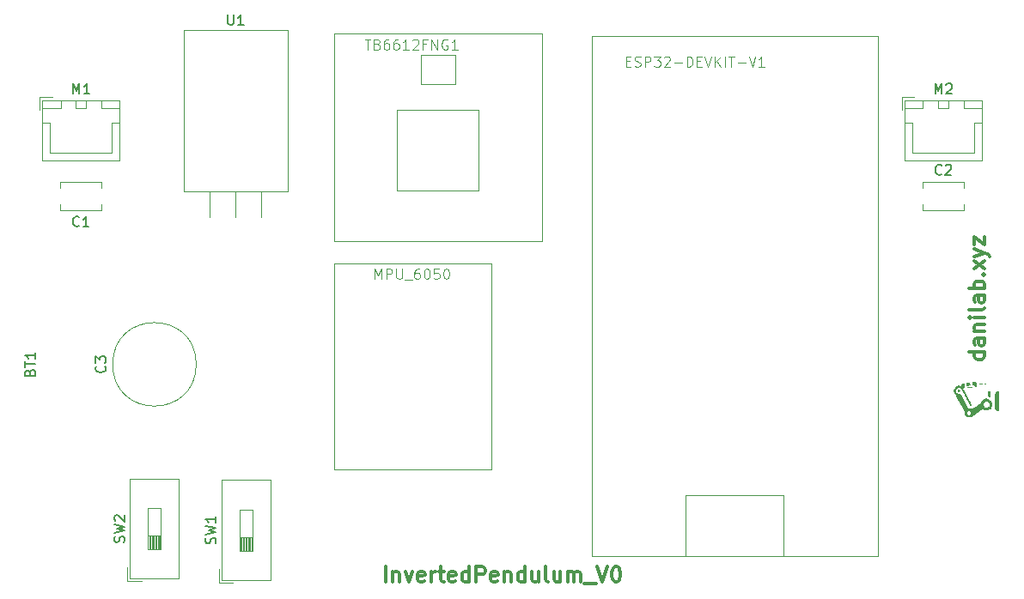
<source format=gbr>
%TF.GenerationSoftware,KiCad,Pcbnew,7.0.8*%
%TF.CreationDate,2024-02-17T12:00:41+01:00*%
%TF.ProjectId,Pendulo_Invertido,50656e64-756c-46f5-9f49-6e7665727469,rev?*%
%TF.SameCoordinates,Original*%
%TF.FileFunction,Legend,Top*%
%TF.FilePolarity,Positive*%
%FSLAX46Y46*%
G04 Gerber Fmt 4.6, Leading zero omitted, Abs format (unit mm)*
G04 Created by KiCad (PCBNEW 7.0.8) date 2024-02-17 12:00:41*
%MOMM*%
%LPD*%
G01*
G04 APERTURE LIST*
%ADD10C,0.300000*%
%ADD11C,0.150000*%
%ADD12C,0.100000*%
%ADD13C,0.120000*%
G04 APERTURE END LIST*
D10*
X37790225Y-58050828D02*
X37790225Y-56550828D01*
X38504511Y-57050828D02*
X38504511Y-58050828D01*
X38504511Y-57193685D02*
X38575940Y-57122257D01*
X38575940Y-57122257D02*
X38718797Y-57050828D01*
X38718797Y-57050828D02*
X38933083Y-57050828D01*
X38933083Y-57050828D02*
X39075940Y-57122257D01*
X39075940Y-57122257D02*
X39147369Y-57265114D01*
X39147369Y-57265114D02*
X39147369Y-58050828D01*
X39718797Y-57050828D02*
X40075940Y-58050828D01*
X40075940Y-58050828D02*
X40433083Y-57050828D01*
X41575940Y-57979400D02*
X41433083Y-58050828D01*
X41433083Y-58050828D02*
X41147369Y-58050828D01*
X41147369Y-58050828D02*
X41004511Y-57979400D01*
X41004511Y-57979400D02*
X40933083Y-57836542D01*
X40933083Y-57836542D02*
X40933083Y-57265114D01*
X40933083Y-57265114D02*
X41004511Y-57122257D01*
X41004511Y-57122257D02*
X41147369Y-57050828D01*
X41147369Y-57050828D02*
X41433083Y-57050828D01*
X41433083Y-57050828D02*
X41575940Y-57122257D01*
X41575940Y-57122257D02*
X41647369Y-57265114D01*
X41647369Y-57265114D02*
X41647369Y-57407971D01*
X41647369Y-57407971D02*
X40933083Y-57550828D01*
X42290225Y-58050828D02*
X42290225Y-57050828D01*
X42290225Y-57336542D02*
X42361654Y-57193685D01*
X42361654Y-57193685D02*
X42433083Y-57122257D01*
X42433083Y-57122257D02*
X42575940Y-57050828D01*
X42575940Y-57050828D02*
X42718797Y-57050828D01*
X43004511Y-57050828D02*
X43575939Y-57050828D01*
X43218796Y-56550828D02*
X43218796Y-57836542D01*
X43218796Y-57836542D02*
X43290225Y-57979400D01*
X43290225Y-57979400D02*
X43433082Y-58050828D01*
X43433082Y-58050828D02*
X43575939Y-58050828D01*
X44647368Y-57979400D02*
X44504511Y-58050828D01*
X44504511Y-58050828D02*
X44218797Y-58050828D01*
X44218797Y-58050828D02*
X44075939Y-57979400D01*
X44075939Y-57979400D02*
X44004511Y-57836542D01*
X44004511Y-57836542D02*
X44004511Y-57265114D01*
X44004511Y-57265114D02*
X44075939Y-57122257D01*
X44075939Y-57122257D02*
X44218797Y-57050828D01*
X44218797Y-57050828D02*
X44504511Y-57050828D01*
X44504511Y-57050828D02*
X44647368Y-57122257D01*
X44647368Y-57122257D02*
X44718797Y-57265114D01*
X44718797Y-57265114D02*
X44718797Y-57407971D01*
X44718797Y-57407971D02*
X44004511Y-57550828D01*
X46004511Y-58050828D02*
X46004511Y-56550828D01*
X46004511Y-57979400D02*
X45861653Y-58050828D01*
X45861653Y-58050828D02*
X45575939Y-58050828D01*
X45575939Y-58050828D02*
X45433082Y-57979400D01*
X45433082Y-57979400D02*
X45361653Y-57907971D01*
X45361653Y-57907971D02*
X45290225Y-57765114D01*
X45290225Y-57765114D02*
X45290225Y-57336542D01*
X45290225Y-57336542D02*
X45361653Y-57193685D01*
X45361653Y-57193685D02*
X45433082Y-57122257D01*
X45433082Y-57122257D02*
X45575939Y-57050828D01*
X45575939Y-57050828D02*
X45861653Y-57050828D01*
X45861653Y-57050828D02*
X46004511Y-57122257D01*
X46718796Y-58050828D02*
X46718796Y-56550828D01*
X46718796Y-56550828D02*
X47290225Y-56550828D01*
X47290225Y-56550828D02*
X47433082Y-56622257D01*
X47433082Y-56622257D02*
X47504511Y-56693685D01*
X47504511Y-56693685D02*
X47575939Y-56836542D01*
X47575939Y-56836542D02*
X47575939Y-57050828D01*
X47575939Y-57050828D02*
X47504511Y-57193685D01*
X47504511Y-57193685D02*
X47433082Y-57265114D01*
X47433082Y-57265114D02*
X47290225Y-57336542D01*
X47290225Y-57336542D02*
X46718796Y-57336542D01*
X48790225Y-57979400D02*
X48647368Y-58050828D01*
X48647368Y-58050828D02*
X48361654Y-58050828D01*
X48361654Y-58050828D02*
X48218796Y-57979400D01*
X48218796Y-57979400D02*
X48147368Y-57836542D01*
X48147368Y-57836542D02*
X48147368Y-57265114D01*
X48147368Y-57265114D02*
X48218796Y-57122257D01*
X48218796Y-57122257D02*
X48361654Y-57050828D01*
X48361654Y-57050828D02*
X48647368Y-57050828D01*
X48647368Y-57050828D02*
X48790225Y-57122257D01*
X48790225Y-57122257D02*
X48861654Y-57265114D01*
X48861654Y-57265114D02*
X48861654Y-57407971D01*
X48861654Y-57407971D02*
X48147368Y-57550828D01*
X49504510Y-57050828D02*
X49504510Y-58050828D01*
X49504510Y-57193685D02*
X49575939Y-57122257D01*
X49575939Y-57122257D02*
X49718796Y-57050828D01*
X49718796Y-57050828D02*
X49933082Y-57050828D01*
X49933082Y-57050828D02*
X50075939Y-57122257D01*
X50075939Y-57122257D02*
X50147368Y-57265114D01*
X50147368Y-57265114D02*
X50147368Y-58050828D01*
X51504511Y-58050828D02*
X51504511Y-56550828D01*
X51504511Y-57979400D02*
X51361653Y-58050828D01*
X51361653Y-58050828D02*
X51075939Y-58050828D01*
X51075939Y-58050828D02*
X50933082Y-57979400D01*
X50933082Y-57979400D02*
X50861653Y-57907971D01*
X50861653Y-57907971D02*
X50790225Y-57765114D01*
X50790225Y-57765114D02*
X50790225Y-57336542D01*
X50790225Y-57336542D02*
X50861653Y-57193685D01*
X50861653Y-57193685D02*
X50933082Y-57122257D01*
X50933082Y-57122257D02*
X51075939Y-57050828D01*
X51075939Y-57050828D02*
X51361653Y-57050828D01*
X51361653Y-57050828D02*
X51504511Y-57122257D01*
X52861654Y-57050828D02*
X52861654Y-58050828D01*
X52218796Y-57050828D02*
X52218796Y-57836542D01*
X52218796Y-57836542D02*
X52290225Y-57979400D01*
X52290225Y-57979400D02*
X52433082Y-58050828D01*
X52433082Y-58050828D02*
X52647368Y-58050828D01*
X52647368Y-58050828D02*
X52790225Y-57979400D01*
X52790225Y-57979400D02*
X52861654Y-57907971D01*
X53790225Y-58050828D02*
X53647368Y-57979400D01*
X53647368Y-57979400D02*
X53575939Y-57836542D01*
X53575939Y-57836542D02*
X53575939Y-56550828D01*
X55004511Y-57050828D02*
X55004511Y-58050828D01*
X54361653Y-57050828D02*
X54361653Y-57836542D01*
X54361653Y-57836542D02*
X54433082Y-57979400D01*
X54433082Y-57979400D02*
X54575939Y-58050828D01*
X54575939Y-58050828D02*
X54790225Y-58050828D01*
X54790225Y-58050828D02*
X54933082Y-57979400D01*
X54933082Y-57979400D02*
X55004511Y-57907971D01*
X55718796Y-58050828D02*
X55718796Y-57050828D01*
X55718796Y-57193685D02*
X55790225Y-57122257D01*
X55790225Y-57122257D02*
X55933082Y-57050828D01*
X55933082Y-57050828D02*
X56147368Y-57050828D01*
X56147368Y-57050828D02*
X56290225Y-57122257D01*
X56290225Y-57122257D02*
X56361654Y-57265114D01*
X56361654Y-57265114D02*
X56361654Y-58050828D01*
X56361654Y-57265114D02*
X56433082Y-57122257D01*
X56433082Y-57122257D02*
X56575939Y-57050828D01*
X56575939Y-57050828D02*
X56790225Y-57050828D01*
X56790225Y-57050828D02*
X56933082Y-57122257D01*
X56933082Y-57122257D02*
X57004511Y-57265114D01*
X57004511Y-57265114D02*
X57004511Y-58050828D01*
X57361654Y-58193685D02*
X58504511Y-58193685D01*
X58647368Y-56550828D02*
X59147368Y-58050828D01*
X59147368Y-58050828D02*
X59647368Y-56550828D01*
X60433082Y-56550828D02*
X60575939Y-56550828D01*
X60575939Y-56550828D02*
X60718796Y-56622257D01*
X60718796Y-56622257D02*
X60790225Y-56693685D01*
X60790225Y-56693685D02*
X60861653Y-56836542D01*
X60861653Y-56836542D02*
X60933082Y-57122257D01*
X60933082Y-57122257D02*
X60933082Y-57479400D01*
X60933082Y-57479400D02*
X60861653Y-57765114D01*
X60861653Y-57765114D02*
X60790225Y-57907971D01*
X60790225Y-57907971D02*
X60718796Y-57979400D01*
X60718796Y-57979400D02*
X60575939Y-58050828D01*
X60575939Y-58050828D02*
X60433082Y-58050828D01*
X60433082Y-58050828D02*
X60290225Y-57979400D01*
X60290225Y-57979400D02*
X60218796Y-57907971D01*
X60218796Y-57907971D02*
X60147367Y-57765114D01*
X60147367Y-57765114D02*
X60075939Y-57479400D01*
X60075939Y-57479400D02*
X60075939Y-57122257D01*
X60075939Y-57122257D02*
X60147367Y-56836542D01*
X60147367Y-56836542D02*
X60218796Y-56693685D01*
X60218796Y-56693685D02*
X60290225Y-56622257D01*
X60290225Y-56622257D02*
X60433082Y-56550828D01*
X96800828Y-35388347D02*
X95300828Y-35388347D01*
X96729400Y-35388347D02*
X96800828Y-35531204D01*
X96800828Y-35531204D02*
X96800828Y-35816918D01*
X96800828Y-35816918D02*
X96729400Y-35959775D01*
X96729400Y-35959775D02*
X96657971Y-36031204D01*
X96657971Y-36031204D02*
X96515114Y-36102632D01*
X96515114Y-36102632D02*
X96086542Y-36102632D01*
X96086542Y-36102632D02*
X95943685Y-36031204D01*
X95943685Y-36031204D02*
X95872257Y-35959775D01*
X95872257Y-35959775D02*
X95800828Y-35816918D01*
X95800828Y-35816918D02*
X95800828Y-35531204D01*
X95800828Y-35531204D02*
X95872257Y-35388347D01*
X96800828Y-34031204D02*
X96015114Y-34031204D01*
X96015114Y-34031204D02*
X95872257Y-34102632D01*
X95872257Y-34102632D02*
X95800828Y-34245489D01*
X95800828Y-34245489D02*
X95800828Y-34531204D01*
X95800828Y-34531204D02*
X95872257Y-34674061D01*
X96729400Y-34031204D02*
X96800828Y-34174061D01*
X96800828Y-34174061D02*
X96800828Y-34531204D01*
X96800828Y-34531204D02*
X96729400Y-34674061D01*
X96729400Y-34674061D02*
X96586542Y-34745489D01*
X96586542Y-34745489D02*
X96443685Y-34745489D01*
X96443685Y-34745489D02*
X96300828Y-34674061D01*
X96300828Y-34674061D02*
X96229400Y-34531204D01*
X96229400Y-34531204D02*
X96229400Y-34174061D01*
X96229400Y-34174061D02*
X96157971Y-34031204D01*
X95800828Y-33316918D02*
X96800828Y-33316918D01*
X95943685Y-33316918D02*
X95872257Y-33245489D01*
X95872257Y-33245489D02*
X95800828Y-33102632D01*
X95800828Y-33102632D02*
X95800828Y-32888346D01*
X95800828Y-32888346D02*
X95872257Y-32745489D01*
X95872257Y-32745489D02*
X96015114Y-32674061D01*
X96015114Y-32674061D02*
X96800828Y-32674061D01*
X96800828Y-31959775D02*
X95800828Y-31959775D01*
X95300828Y-31959775D02*
X95372257Y-32031203D01*
X95372257Y-32031203D02*
X95443685Y-31959775D01*
X95443685Y-31959775D02*
X95372257Y-31888346D01*
X95372257Y-31888346D02*
X95300828Y-31959775D01*
X95300828Y-31959775D02*
X95443685Y-31959775D01*
X96800828Y-31031203D02*
X96729400Y-31174060D01*
X96729400Y-31174060D02*
X96586542Y-31245489D01*
X96586542Y-31245489D02*
X95300828Y-31245489D01*
X96800828Y-29816918D02*
X96015114Y-29816918D01*
X96015114Y-29816918D02*
X95872257Y-29888346D01*
X95872257Y-29888346D02*
X95800828Y-30031203D01*
X95800828Y-30031203D02*
X95800828Y-30316918D01*
X95800828Y-30316918D02*
X95872257Y-30459775D01*
X96729400Y-29816918D02*
X96800828Y-29959775D01*
X96800828Y-29959775D02*
X96800828Y-30316918D01*
X96800828Y-30316918D02*
X96729400Y-30459775D01*
X96729400Y-30459775D02*
X96586542Y-30531203D01*
X96586542Y-30531203D02*
X96443685Y-30531203D01*
X96443685Y-30531203D02*
X96300828Y-30459775D01*
X96300828Y-30459775D02*
X96229400Y-30316918D01*
X96229400Y-30316918D02*
X96229400Y-29959775D01*
X96229400Y-29959775D02*
X96157971Y-29816918D01*
X96800828Y-29102632D02*
X95300828Y-29102632D01*
X95872257Y-29102632D02*
X95800828Y-28959775D01*
X95800828Y-28959775D02*
X95800828Y-28674060D01*
X95800828Y-28674060D02*
X95872257Y-28531203D01*
X95872257Y-28531203D02*
X95943685Y-28459775D01*
X95943685Y-28459775D02*
X96086542Y-28388346D01*
X96086542Y-28388346D02*
X96515114Y-28388346D01*
X96515114Y-28388346D02*
X96657971Y-28459775D01*
X96657971Y-28459775D02*
X96729400Y-28531203D01*
X96729400Y-28531203D02*
X96800828Y-28674060D01*
X96800828Y-28674060D02*
X96800828Y-28959775D01*
X96800828Y-28959775D02*
X96729400Y-29102632D01*
X96657971Y-27745489D02*
X96729400Y-27674060D01*
X96729400Y-27674060D02*
X96800828Y-27745489D01*
X96800828Y-27745489D02*
X96729400Y-27816917D01*
X96729400Y-27816917D02*
X96657971Y-27745489D01*
X96657971Y-27745489D02*
X96800828Y-27745489D01*
X96800828Y-27174060D02*
X95800828Y-26388346D01*
X95800828Y-27174060D02*
X96800828Y-26388346D01*
X95800828Y-25959774D02*
X96800828Y-25602631D01*
X95800828Y-25245488D02*
X96800828Y-25602631D01*
X96800828Y-25602631D02*
X97157971Y-25745488D01*
X97157971Y-25745488D02*
X97229400Y-25816917D01*
X97229400Y-25816917D02*
X97300828Y-25959774D01*
X95800828Y-24816917D02*
X95800828Y-24031203D01*
X95800828Y-24031203D02*
X96800828Y-24816917D01*
X96800828Y-24816917D02*
X96800828Y-24031203D01*
D11*
X91940476Y-9904819D02*
X91940476Y-8904819D01*
X91940476Y-8904819D02*
X92273809Y-9619104D01*
X92273809Y-9619104D02*
X92607142Y-8904819D01*
X92607142Y-8904819D02*
X92607142Y-9904819D01*
X93035714Y-9000057D02*
X93083333Y-8952438D01*
X93083333Y-8952438D02*
X93178571Y-8904819D01*
X93178571Y-8904819D02*
X93416666Y-8904819D01*
X93416666Y-8904819D02*
X93511904Y-8952438D01*
X93511904Y-8952438D02*
X93559523Y-9000057D01*
X93559523Y-9000057D02*
X93607142Y-9095295D01*
X93607142Y-9095295D02*
X93607142Y-9190533D01*
X93607142Y-9190533D02*
X93559523Y-9333390D01*
X93559523Y-9333390D02*
X92988095Y-9904819D01*
X92988095Y-9904819D02*
X93607142Y-9904819D01*
X6940476Y-9904819D02*
X6940476Y-8904819D01*
X6940476Y-8904819D02*
X7273809Y-9619104D01*
X7273809Y-9619104D02*
X7607142Y-8904819D01*
X7607142Y-8904819D02*
X7607142Y-9904819D01*
X8607142Y-9904819D02*
X8035714Y-9904819D01*
X8321428Y-9904819D02*
X8321428Y-8904819D01*
X8321428Y-8904819D02*
X8226190Y-9047676D01*
X8226190Y-9047676D02*
X8130952Y-9142914D01*
X8130952Y-9142914D02*
X8035714Y-9190533D01*
D12*
X61474286Y-6703609D02*
X61807619Y-6703609D01*
X61950476Y-7227419D02*
X61474286Y-7227419D01*
X61474286Y-7227419D02*
X61474286Y-6227419D01*
X61474286Y-6227419D02*
X61950476Y-6227419D01*
X62331429Y-7179800D02*
X62474286Y-7227419D01*
X62474286Y-7227419D02*
X62712381Y-7227419D01*
X62712381Y-7227419D02*
X62807619Y-7179800D01*
X62807619Y-7179800D02*
X62855238Y-7132180D01*
X62855238Y-7132180D02*
X62902857Y-7036942D01*
X62902857Y-7036942D02*
X62902857Y-6941704D01*
X62902857Y-6941704D02*
X62855238Y-6846466D01*
X62855238Y-6846466D02*
X62807619Y-6798847D01*
X62807619Y-6798847D02*
X62712381Y-6751228D01*
X62712381Y-6751228D02*
X62521905Y-6703609D01*
X62521905Y-6703609D02*
X62426667Y-6655990D01*
X62426667Y-6655990D02*
X62379048Y-6608371D01*
X62379048Y-6608371D02*
X62331429Y-6513133D01*
X62331429Y-6513133D02*
X62331429Y-6417895D01*
X62331429Y-6417895D02*
X62379048Y-6322657D01*
X62379048Y-6322657D02*
X62426667Y-6275038D01*
X62426667Y-6275038D02*
X62521905Y-6227419D01*
X62521905Y-6227419D02*
X62760000Y-6227419D01*
X62760000Y-6227419D02*
X62902857Y-6275038D01*
X63331429Y-7227419D02*
X63331429Y-6227419D01*
X63331429Y-6227419D02*
X63712381Y-6227419D01*
X63712381Y-6227419D02*
X63807619Y-6275038D01*
X63807619Y-6275038D02*
X63855238Y-6322657D01*
X63855238Y-6322657D02*
X63902857Y-6417895D01*
X63902857Y-6417895D02*
X63902857Y-6560752D01*
X63902857Y-6560752D02*
X63855238Y-6655990D01*
X63855238Y-6655990D02*
X63807619Y-6703609D01*
X63807619Y-6703609D02*
X63712381Y-6751228D01*
X63712381Y-6751228D02*
X63331429Y-6751228D01*
X64236191Y-6227419D02*
X64855238Y-6227419D01*
X64855238Y-6227419D02*
X64521905Y-6608371D01*
X64521905Y-6608371D02*
X64664762Y-6608371D01*
X64664762Y-6608371D02*
X64760000Y-6655990D01*
X64760000Y-6655990D02*
X64807619Y-6703609D01*
X64807619Y-6703609D02*
X64855238Y-6798847D01*
X64855238Y-6798847D02*
X64855238Y-7036942D01*
X64855238Y-7036942D02*
X64807619Y-7132180D01*
X64807619Y-7132180D02*
X64760000Y-7179800D01*
X64760000Y-7179800D02*
X64664762Y-7227419D01*
X64664762Y-7227419D02*
X64379048Y-7227419D01*
X64379048Y-7227419D02*
X64283810Y-7179800D01*
X64283810Y-7179800D02*
X64236191Y-7132180D01*
X65236191Y-6322657D02*
X65283810Y-6275038D01*
X65283810Y-6275038D02*
X65379048Y-6227419D01*
X65379048Y-6227419D02*
X65617143Y-6227419D01*
X65617143Y-6227419D02*
X65712381Y-6275038D01*
X65712381Y-6275038D02*
X65760000Y-6322657D01*
X65760000Y-6322657D02*
X65807619Y-6417895D01*
X65807619Y-6417895D02*
X65807619Y-6513133D01*
X65807619Y-6513133D02*
X65760000Y-6655990D01*
X65760000Y-6655990D02*
X65188572Y-7227419D01*
X65188572Y-7227419D02*
X65807619Y-7227419D01*
X66236191Y-6846466D02*
X66998096Y-6846466D01*
X67474286Y-7227419D02*
X67474286Y-6227419D01*
X67474286Y-6227419D02*
X67712381Y-6227419D01*
X67712381Y-6227419D02*
X67855238Y-6275038D01*
X67855238Y-6275038D02*
X67950476Y-6370276D01*
X67950476Y-6370276D02*
X67998095Y-6465514D01*
X67998095Y-6465514D02*
X68045714Y-6655990D01*
X68045714Y-6655990D02*
X68045714Y-6798847D01*
X68045714Y-6798847D02*
X67998095Y-6989323D01*
X67998095Y-6989323D02*
X67950476Y-7084561D01*
X67950476Y-7084561D02*
X67855238Y-7179800D01*
X67855238Y-7179800D02*
X67712381Y-7227419D01*
X67712381Y-7227419D02*
X67474286Y-7227419D01*
X68474286Y-6703609D02*
X68807619Y-6703609D01*
X68950476Y-7227419D02*
X68474286Y-7227419D01*
X68474286Y-7227419D02*
X68474286Y-6227419D01*
X68474286Y-6227419D02*
X68950476Y-6227419D01*
X69236191Y-6227419D02*
X69569524Y-7227419D01*
X69569524Y-7227419D02*
X69902857Y-6227419D01*
X70236191Y-7227419D02*
X70236191Y-6227419D01*
X70807619Y-7227419D02*
X70379048Y-6655990D01*
X70807619Y-6227419D02*
X70236191Y-6798847D01*
X71236191Y-7227419D02*
X71236191Y-6227419D01*
X71569524Y-6227419D02*
X72140952Y-6227419D01*
X71855238Y-7227419D02*
X71855238Y-6227419D01*
X72474286Y-6846466D02*
X73236191Y-6846466D01*
X73569524Y-6227419D02*
X73902857Y-7227419D01*
X73902857Y-7227419D02*
X74236190Y-6227419D01*
X75093333Y-7227419D02*
X74521905Y-7227419D01*
X74807619Y-7227419D02*
X74807619Y-6227419D01*
X74807619Y-6227419D02*
X74712381Y-6370276D01*
X74712381Y-6370276D02*
X74617143Y-6465514D01*
X74617143Y-6465514D02*
X74521905Y-6513133D01*
D11*
X7583333Y-22909580D02*
X7535714Y-22957200D01*
X7535714Y-22957200D02*
X7392857Y-23004819D01*
X7392857Y-23004819D02*
X7297619Y-23004819D01*
X7297619Y-23004819D02*
X7154762Y-22957200D01*
X7154762Y-22957200D02*
X7059524Y-22861961D01*
X7059524Y-22861961D02*
X7011905Y-22766723D01*
X7011905Y-22766723D02*
X6964286Y-22576247D01*
X6964286Y-22576247D02*
X6964286Y-22433390D01*
X6964286Y-22433390D02*
X7011905Y-22242914D01*
X7011905Y-22242914D02*
X7059524Y-22147676D01*
X7059524Y-22147676D02*
X7154762Y-22052438D01*
X7154762Y-22052438D02*
X7297619Y-22004819D01*
X7297619Y-22004819D02*
X7392857Y-22004819D01*
X7392857Y-22004819D02*
X7535714Y-22052438D01*
X7535714Y-22052438D02*
X7583333Y-22100057D01*
X8535714Y-23004819D02*
X7964286Y-23004819D01*
X8250000Y-23004819D02*
X8250000Y-22004819D01*
X8250000Y-22004819D02*
X8154762Y-22147676D01*
X8154762Y-22147676D02*
X8059524Y-22242914D01*
X8059524Y-22242914D02*
X7964286Y-22290533D01*
X2731009Y-37385714D02*
X2778628Y-37242857D01*
X2778628Y-37242857D02*
X2826247Y-37195238D01*
X2826247Y-37195238D02*
X2921485Y-37147619D01*
X2921485Y-37147619D02*
X3064342Y-37147619D01*
X3064342Y-37147619D02*
X3159580Y-37195238D01*
X3159580Y-37195238D02*
X3207200Y-37242857D01*
X3207200Y-37242857D02*
X3254819Y-37338095D01*
X3254819Y-37338095D02*
X3254819Y-37719047D01*
X3254819Y-37719047D02*
X2254819Y-37719047D01*
X2254819Y-37719047D02*
X2254819Y-37385714D01*
X2254819Y-37385714D02*
X2302438Y-37290476D01*
X2302438Y-37290476D02*
X2350057Y-37242857D01*
X2350057Y-37242857D02*
X2445295Y-37195238D01*
X2445295Y-37195238D02*
X2540533Y-37195238D01*
X2540533Y-37195238D02*
X2635771Y-37242857D01*
X2635771Y-37242857D02*
X2683390Y-37290476D01*
X2683390Y-37290476D02*
X2731009Y-37385714D01*
X2731009Y-37385714D02*
X2731009Y-37719047D01*
X2254819Y-36861904D02*
X2254819Y-36290476D01*
X3254819Y-36576190D02*
X2254819Y-36576190D01*
X3254819Y-35433333D02*
X3254819Y-36004761D01*
X3254819Y-35719047D02*
X2254819Y-35719047D01*
X2254819Y-35719047D02*
X2397676Y-35814285D01*
X2397676Y-35814285D02*
X2492914Y-35909523D01*
X2492914Y-35909523D02*
X2540533Y-36004761D01*
X92583333Y-17809580D02*
X92535714Y-17857200D01*
X92535714Y-17857200D02*
X92392857Y-17904819D01*
X92392857Y-17904819D02*
X92297619Y-17904819D01*
X92297619Y-17904819D02*
X92154762Y-17857200D01*
X92154762Y-17857200D02*
X92059524Y-17761961D01*
X92059524Y-17761961D02*
X92011905Y-17666723D01*
X92011905Y-17666723D02*
X91964286Y-17476247D01*
X91964286Y-17476247D02*
X91964286Y-17333390D01*
X91964286Y-17333390D02*
X92011905Y-17142914D01*
X92011905Y-17142914D02*
X92059524Y-17047676D01*
X92059524Y-17047676D02*
X92154762Y-16952438D01*
X92154762Y-16952438D02*
X92297619Y-16904819D01*
X92297619Y-16904819D02*
X92392857Y-16904819D01*
X92392857Y-16904819D02*
X92535714Y-16952438D01*
X92535714Y-16952438D02*
X92583333Y-17000057D01*
X92964286Y-17000057D02*
X93011905Y-16952438D01*
X93011905Y-16952438D02*
X93107143Y-16904819D01*
X93107143Y-16904819D02*
X93345238Y-16904819D01*
X93345238Y-16904819D02*
X93440476Y-16952438D01*
X93440476Y-16952438D02*
X93488095Y-17000057D01*
X93488095Y-17000057D02*
X93535714Y-17095295D01*
X93535714Y-17095295D02*
X93535714Y-17190533D01*
X93535714Y-17190533D02*
X93488095Y-17333390D01*
X93488095Y-17333390D02*
X92916667Y-17904819D01*
X92916667Y-17904819D02*
X93535714Y-17904819D01*
D12*
X36707143Y-28159919D02*
X36707143Y-27159919D01*
X36707143Y-27159919D02*
X37040476Y-27874204D01*
X37040476Y-27874204D02*
X37373809Y-27159919D01*
X37373809Y-27159919D02*
X37373809Y-28159919D01*
X37850000Y-28159919D02*
X37850000Y-27159919D01*
X37850000Y-27159919D02*
X38230952Y-27159919D01*
X38230952Y-27159919D02*
X38326190Y-27207538D01*
X38326190Y-27207538D02*
X38373809Y-27255157D01*
X38373809Y-27255157D02*
X38421428Y-27350395D01*
X38421428Y-27350395D02*
X38421428Y-27493252D01*
X38421428Y-27493252D02*
X38373809Y-27588490D01*
X38373809Y-27588490D02*
X38326190Y-27636109D01*
X38326190Y-27636109D02*
X38230952Y-27683728D01*
X38230952Y-27683728D02*
X37850000Y-27683728D01*
X38850000Y-27159919D02*
X38850000Y-27969442D01*
X38850000Y-27969442D02*
X38897619Y-28064680D01*
X38897619Y-28064680D02*
X38945238Y-28112300D01*
X38945238Y-28112300D02*
X39040476Y-28159919D01*
X39040476Y-28159919D02*
X39230952Y-28159919D01*
X39230952Y-28159919D02*
X39326190Y-28112300D01*
X39326190Y-28112300D02*
X39373809Y-28064680D01*
X39373809Y-28064680D02*
X39421428Y-27969442D01*
X39421428Y-27969442D02*
X39421428Y-27159919D01*
X39659524Y-28255157D02*
X40421428Y-28255157D01*
X41088095Y-27159919D02*
X40897619Y-27159919D01*
X40897619Y-27159919D02*
X40802381Y-27207538D01*
X40802381Y-27207538D02*
X40754762Y-27255157D01*
X40754762Y-27255157D02*
X40659524Y-27398014D01*
X40659524Y-27398014D02*
X40611905Y-27588490D01*
X40611905Y-27588490D02*
X40611905Y-27969442D01*
X40611905Y-27969442D02*
X40659524Y-28064680D01*
X40659524Y-28064680D02*
X40707143Y-28112300D01*
X40707143Y-28112300D02*
X40802381Y-28159919D01*
X40802381Y-28159919D02*
X40992857Y-28159919D01*
X40992857Y-28159919D02*
X41088095Y-28112300D01*
X41088095Y-28112300D02*
X41135714Y-28064680D01*
X41135714Y-28064680D02*
X41183333Y-27969442D01*
X41183333Y-27969442D02*
X41183333Y-27731347D01*
X41183333Y-27731347D02*
X41135714Y-27636109D01*
X41135714Y-27636109D02*
X41088095Y-27588490D01*
X41088095Y-27588490D02*
X40992857Y-27540871D01*
X40992857Y-27540871D02*
X40802381Y-27540871D01*
X40802381Y-27540871D02*
X40707143Y-27588490D01*
X40707143Y-27588490D02*
X40659524Y-27636109D01*
X40659524Y-27636109D02*
X40611905Y-27731347D01*
X41802381Y-27159919D02*
X41897619Y-27159919D01*
X41897619Y-27159919D02*
X41992857Y-27207538D01*
X41992857Y-27207538D02*
X42040476Y-27255157D01*
X42040476Y-27255157D02*
X42088095Y-27350395D01*
X42088095Y-27350395D02*
X42135714Y-27540871D01*
X42135714Y-27540871D02*
X42135714Y-27778966D01*
X42135714Y-27778966D02*
X42088095Y-27969442D01*
X42088095Y-27969442D02*
X42040476Y-28064680D01*
X42040476Y-28064680D02*
X41992857Y-28112300D01*
X41992857Y-28112300D02*
X41897619Y-28159919D01*
X41897619Y-28159919D02*
X41802381Y-28159919D01*
X41802381Y-28159919D02*
X41707143Y-28112300D01*
X41707143Y-28112300D02*
X41659524Y-28064680D01*
X41659524Y-28064680D02*
X41611905Y-27969442D01*
X41611905Y-27969442D02*
X41564286Y-27778966D01*
X41564286Y-27778966D02*
X41564286Y-27540871D01*
X41564286Y-27540871D02*
X41611905Y-27350395D01*
X41611905Y-27350395D02*
X41659524Y-27255157D01*
X41659524Y-27255157D02*
X41707143Y-27207538D01*
X41707143Y-27207538D02*
X41802381Y-27159919D01*
X43040476Y-27159919D02*
X42564286Y-27159919D01*
X42564286Y-27159919D02*
X42516667Y-27636109D01*
X42516667Y-27636109D02*
X42564286Y-27588490D01*
X42564286Y-27588490D02*
X42659524Y-27540871D01*
X42659524Y-27540871D02*
X42897619Y-27540871D01*
X42897619Y-27540871D02*
X42992857Y-27588490D01*
X42992857Y-27588490D02*
X43040476Y-27636109D01*
X43040476Y-27636109D02*
X43088095Y-27731347D01*
X43088095Y-27731347D02*
X43088095Y-27969442D01*
X43088095Y-27969442D02*
X43040476Y-28064680D01*
X43040476Y-28064680D02*
X42992857Y-28112300D01*
X42992857Y-28112300D02*
X42897619Y-28159919D01*
X42897619Y-28159919D02*
X42659524Y-28159919D01*
X42659524Y-28159919D02*
X42564286Y-28112300D01*
X42564286Y-28112300D02*
X42516667Y-28064680D01*
X43707143Y-27159919D02*
X43802381Y-27159919D01*
X43802381Y-27159919D02*
X43897619Y-27207538D01*
X43897619Y-27207538D02*
X43945238Y-27255157D01*
X43945238Y-27255157D02*
X43992857Y-27350395D01*
X43992857Y-27350395D02*
X44040476Y-27540871D01*
X44040476Y-27540871D02*
X44040476Y-27778966D01*
X44040476Y-27778966D02*
X43992857Y-27969442D01*
X43992857Y-27969442D02*
X43945238Y-28064680D01*
X43945238Y-28064680D02*
X43897619Y-28112300D01*
X43897619Y-28112300D02*
X43802381Y-28159919D01*
X43802381Y-28159919D02*
X43707143Y-28159919D01*
X43707143Y-28159919D02*
X43611905Y-28112300D01*
X43611905Y-28112300D02*
X43564286Y-28064680D01*
X43564286Y-28064680D02*
X43516667Y-27969442D01*
X43516667Y-27969442D02*
X43469048Y-27778966D01*
X43469048Y-27778966D02*
X43469048Y-27540871D01*
X43469048Y-27540871D02*
X43516667Y-27350395D01*
X43516667Y-27350395D02*
X43564286Y-27255157D01*
X43564286Y-27255157D02*
X43611905Y-27207538D01*
X43611905Y-27207538D02*
X43707143Y-27159919D01*
D11*
X10109580Y-36766666D02*
X10157200Y-36814285D01*
X10157200Y-36814285D02*
X10204819Y-36957142D01*
X10204819Y-36957142D02*
X10204819Y-37052380D01*
X10204819Y-37052380D02*
X10157200Y-37195237D01*
X10157200Y-37195237D02*
X10061961Y-37290475D01*
X10061961Y-37290475D02*
X9966723Y-37338094D01*
X9966723Y-37338094D02*
X9776247Y-37385713D01*
X9776247Y-37385713D02*
X9633390Y-37385713D01*
X9633390Y-37385713D02*
X9442914Y-37338094D01*
X9442914Y-37338094D02*
X9347676Y-37290475D01*
X9347676Y-37290475D02*
X9252438Y-37195237D01*
X9252438Y-37195237D02*
X9204819Y-37052380D01*
X9204819Y-37052380D02*
X9204819Y-36957142D01*
X9204819Y-36957142D02*
X9252438Y-36814285D01*
X9252438Y-36814285D02*
X9300057Y-36766666D01*
X9204819Y-36433332D02*
X9204819Y-35814285D01*
X9204819Y-35814285D02*
X9585771Y-36147618D01*
X9585771Y-36147618D02*
X9585771Y-36004761D01*
X9585771Y-36004761D02*
X9633390Y-35909523D01*
X9633390Y-35909523D02*
X9681009Y-35861904D01*
X9681009Y-35861904D02*
X9776247Y-35814285D01*
X9776247Y-35814285D02*
X10014342Y-35814285D01*
X10014342Y-35814285D02*
X10109580Y-35861904D01*
X10109580Y-35861904D02*
X10157200Y-35909523D01*
X10157200Y-35909523D02*
X10204819Y-36004761D01*
X10204819Y-36004761D02*
X10204819Y-36290475D01*
X10204819Y-36290475D02*
X10157200Y-36385713D01*
X10157200Y-36385713D02*
X10109580Y-36433332D01*
D12*
X35730952Y-4537419D02*
X36302380Y-4537419D01*
X36016666Y-5537419D02*
X36016666Y-4537419D01*
X36969047Y-5013609D02*
X37111904Y-5061228D01*
X37111904Y-5061228D02*
X37159523Y-5108847D01*
X37159523Y-5108847D02*
X37207142Y-5204085D01*
X37207142Y-5204085D02*
X37207142Y-5346942D01*
X37207142Y-5346942D02*
X37159523Y-5442180D01*
X37159523Y-5442180D02*
X37111904Y-5489800D01*
X37111904Y-5489800D02*
X37016666Y-5537419D01*
X37016666Y-5537419D02*
X36635714Y-5537419D01*
X36635714Y-5537419D02*
X36635714Y-4537419D01*
X36635714Y-4537419D02*
X36969047Y-4537419D01*
X36969047Y-4537419D02*
X37064285Y-4585038D01*
X37064285Y-4585038D02*
X37111904Y-4632657D01*
X37111904Y-4632657D02*
X37159523Y-4727895D01*
X37159523Y-4727895D02*
X37159523Y-4823133D01*
X37159523Y-4823133D02*
X37111904Y-4918371D01*
X37111904Y-4918371D02*
X37064285Y-4965990D01*
X37064285Y-4965990D02*
X36969047Y-5013609D01*
X36969047Y-5013609D02*
X36635714Y-5013609D01*
X38064285Y-4537419D02*
X37873809Y-4537419D01*
X37873809Y-4537419D02*
X37778571Y-4585038D01*
X37778571Y-4585038D02*
X37730952Y-4632657D01*
X37730952Y-4632657D02*
X37635714Y-4775514D01*
X37635714Y-4775514D02*
X37588095Y-4965990D01*
X37588095Y-4965990D02*
X37588095Y-5346942D01*
X37588095Y-5346942D02*
X37635714Y-5442180D01*
X37635714Y-5442180D02*
X37683333Y-5489800D01*
X37683333Y-5489800D02*
X37778571Y-5537419D01*
X37778571Y-5537419D02*
X37969047Y-5537419D01*
X37969047Y-5537419D02*
X38064285Y-5489800D01*
X38064285Y-5489800D02*
X38111904Y-5442180D01*
X38111904Y-5442180D02*
X38159523Y-5346942D01*
X38159523Y-5346942D02*
X38159523Y-5108847D01*
X38159523Y-5108847D02*
X38111904Y-5013609D01*
X38111904Y-5013609D02*
X38064285Y-4965990D01*
X38064285Y-4965990D02*
X37969047Y-4918371D01*
X37969047Y-4918371D02*
X37778571Y-4918371D01*
X37778571Y-4918371D02*
X37683333Y-4965990D01*
X37683333Y-4965990D02*
X37635714Y-5013609D01*
X37635714Y-5013609D02*
X37588095Y-5108847D01*
X39016666Y-4537419D02*
X38826190Y-4537419D01*
X38826190Y-4537419D02*
X38730952Y-4585038D01*
X38730952Y-4585038D02*
X38683333Y-4632657D01*
X38683333Y-4632657D02*
X38588095Y-4775514D01*
X38588095Y-4775514D02*
X38540476Y-4965990D01*
X38540476Y-4965990D02*
X38540476Y-5346942D01*
X38540476Y-5346942D02*
X38588095Y-5442180D01*
X38588095Y-5442180D02*
X38635714Y-5489800D01*
X38635714Y-5489800D02*
X38730952Y-5537419D01*
X38730952Y-5537419D02*
X38921428Y-5537419D01*
X38921428Y-5537419D02*
X39016666Y-5489800D01*
X39016666Y-5489800D02*
X39064285Y-5442180D01*
X39064285Y-5442180D02*
X39111904Y-5346942D01*
X39111904Y-5346942D02*
X39111904Y-5108847D01*
X39111904Y-5108847D02*
X39064285Y-5013609D01*
X39064285Y-5013609D02*
X39016666Y-4965990D01*
X39016666Y-4965990D02*
X38921428Y-4918371D01*
X38921428Y-4918371D02*
X38730952Y-4918371D01*
X38730952Y-4918371D02*
X38635714Y-4965990D01*
X38635714Y-4965990D02*
X38588095Y-5013609D01*
X38588095Y-5013609D02*
X38540476Y-5108847D01*
X40064285Y-5537419D02*
X39492857Y-5537419D01*
X39778571Y-5537419D02*
X39778571Y-4537419D01*
X39778571Y-4537419D02*
X39683333Y-4680276D01*
X39683333Y-4680276D02*
X39588095Y-4775514D01*
X39588095Y-4775514D02*
X39492857Y-4823133D01*
X40445238Y-4632657D02*
X40492857Y-4585038D01*
X40492857Y-4585038D02*
X40588095Y-4537419D01*
X40588095Y-4537419D02*
X40826190Y-4537419D01*
X40826190Y-4537419D02*
X40921428Y-4585038D01*
X40921428Y-4585038D02*
X40969047Y-4632657D01*
X40969047Y-4632657D02*
X41016666Y-4727895D01*
X41016666Y-4727895D02*
X41016666Y-4823133D01*
X41016666Y-4823133D02*
X40969047Y-4965990D01*
X40969047Y-4965990D02*
X40397619Y-5537419D01*
X40397619Y-5537419D02*
X41016666Y-5537419D01*
X41778571Y-5013609D02*
X41445238Y-5013609D01*
X41445238Y-5537419D02*
X41445238Y-4537419D01*
X41445238Y-4537419D02*
X41921428Y-4537419D01*
X42302381Y-5537419D02*
X42302381Y-4537419D01*
X42302381Y-4537419D02*
X42873809Y-5537419D01*
X42873809Y-5537419D02*
X42873809Y-4537419D01*
X43873809Y-4585038D02*
X43778571Y-4537419D01*
X43778571Y-4537419D02*
X43635714Y-4537419D01*
X43635714Y-4537419D02*
X43492857Y-4585038D01*
X43492857Y-4585038D02*
X43397619Y-4680276D01*
X43397619Y-4680276D02*
X43350000Y-4775514D01*
X43350000Y-4775514D02*
X43302381Y-4965990D01*
X43302381Y-4965990D02*
X43302381Y-5108847D01*
X43302381Y-5108847D02*
X43350000Y-5299323D01*
X43350000Y-5299323D02*
X43397619Y-5394561D01*
X43397619Y-5394561D02*
X43492857Y-5489800D01*
X43492857Y-5489800D02*
X43635714Y-5537419D01*
X43635714Y-5537419D02*
X43730952Y-5537419D01*
X43730952Y-5537419D02*
X43873809Y-5489800D01*
X43873809Y-5489800D02*
X43921428Y-5442180D01*
X43921428Y-5442180D02*
X43921428Y-5108847D01*
X43921428Y-5108847D02*
X43730952Y-5108847D01*
X44873809Y-5537419D02*
X44302381Y-5537419D01*
X44588095Y-5537419D02*
X44588095Y-4537419D01*
X44588095Y-4537419D02*
X44492857Y-4680276D01*
X44492857Y-4680276D02*
X44397619Y-4775514D01*
X44397619Y-4775514D02*
X44302381Y-4823133D01*
D11*
X22238095Y-2104819D02*
X22238095Y-2914342D01*
X22238095Y-2914342D02*
X22285714Y-3009580D01*
X22285714Y-3009580D02*
X22333333Y-3057200D01*
X22333333Y-3057200D02*
X22428571Y-3104819D01*
X22428571Y-3104819D02*
X22619047Y-3104819D01*
X22619047Y-3104819D02*
X22714285Y-3057200D01*
X22714285Y-3057200D02*
X22761904Y-3009580D01*
X22761904Y-3009580D02*
X22809523Y-2914342D01*
X22809523Y-2914342D02*
X22809523Y-2104819D01*
X23809523Y-3104819D02*
X23238095Y-3104819D01*
X23523809Y-3104819D02*
X23523809Y-2104819D01*
X23523809Y-2104819D02*
X23428571Y-2247676D01*
X23428571Y-2247676D02*
X23333333Y-2342914D01*
X23333333Y-2342914D02*
X23238095Y-2390533D01*
X20987200Y-54290832D02*
X21034819Y-54147975D01*
X21034819Y-54147975D02*
X21034819Y-53909880D01*
X21034819Y-53909880D02*
X20987200Y-53814642D01*
X20987200Y-53814642D02*
X20939580Y-53767023D01*
X20939580Y-53767023D02*
X20844342Y-53719404D01*
X20844342Y-53719404D02*
X20749104Y-53719404D01*
X20749104Y-53719404D02*
X20653866Y-53767023D01*
X20653866Y-53767023D02*
X20606247Y-53814642D01*
X20606247Y-53814642D02*
X20558628Y-53909880D01*
X20558628Y-53909880D02*
X20511009Y-54100356D01*
X20511009Y-54100356D02*
X20463390Y-54195594D01*
X20463390Y-54195594D02*
X20415771Y-54243213D01*
X20415771Y-54243213D02*
X20320533Y-54290832D01*
X20320533Y-54290832D02*
X20225295Y-54290832D01*
X20225295Y-54290832D02*
X20130057Y-54243213D01*
X20130057Y-54243213D02*
X20082438Y-54195594D01*
X20082438Y-54195594D02*
X20034819Y-54100356D01*
X20034819Y-54100356D02*
X20034819Y-53862261D01*
X20034819Y-53862261D02*
X20082438Y-53719404D01*
X20034819Y-53386070D02*
X21034819Y-53147975D01*
X21034819Y-53147975D02*
X20320533Y-52957499D01*
X20320533Y-52957499D02*
X21034819Y-52767023D01*
X21034819Y-52767023D02*
X20034819Y-52528928D01*
X21034819Y-51624166D02*
X21034819Y-52195594D01*
X21034819Y-51909880D02*
X20034819Y-51909880D01*
X20034819Y-51909880D02*
X20177676Y-52005118D01*
X20177676Y-52005118D02*
X20272914Y-52100356D01*
X20272914Y-52100356D02*
X20320533Y-52195594D01*
X11987200Y-54143332D02*
X12034819Y-54000475D01*
X12034819Y-54000475D02*
X12034819Y-53762380D01*
X12034819Y-53762380D02*
X11987200Y-53667142D01*
X11987200Y-53667142D02*
X11939580Y-53619523D01*
X11939580Y-53619523D02*
X11844342Y-53571904D01*
X11844342Y-53571904D02*
X11749104Y-53571904D01*
X11749104Y-53571904D02*
X11653866Y-53619523D01*
X11653866Y-53619523D02*
X11606247Y-53667142D01*
X11606247Y-53667142D02*
X11558628Y-53762380D01*
X11558628Y-53762380D02*
X11511009Y-53952856D01*
X11511009Y-53952856D02*
X11463390Y-54048094D01*
X11463390Y-54048094D02*
X11415771Y-54095713D01*
X11415771Y-54095713D02*
X11320533Y-54143332D01*
X11320533Y-54143332D02*
X11225295Y-54143332D01*
X11225295Y-54143332D02*
X11130057Y-54095713D01*
X11130057Y-54095713D02*
X11082438Y-54048094D01*
X11082438Y-54048094D02*
X11034819Y-53952856D01*
X11034819Y-53952856D02*
X11034819Y-53714761D01*
X11034819Y-53714761D02*
X11082438Y-53571904D01*
X11034819Y-53238570D02*
X12034819Y-53000475D01*
X12034819Y-53000475D02*
X11320533Y-52809999D01*
X11320533Y-52809999D02*
X12034819Y-52619523D01*
X12034819Y-52619523D02*
X11034819Y-52381428D01*
X11130057Y-52048094D02*
X11082438Y-52000475D01*
X11082438Y-52000475D02*
X11034819Y-51905237D01*
X11034819Y-51905237D02*
X11034819Y-51667142D01*
X11034819Y-51667142D02*
X11082438Y-51571904D01*
X11082438Y-51571904D02*
X11130057Y-51524285D01*
X11130057Y-51524285D02*
X11225295Y-51476666D01*
X11225295Y-51476666D02*
X11320533Y-51476666D01*
X11320533Y-51476666D02*
X11463390Y-51524285D01*
X11463390Y-51524285D02*
X12034819Y-52095713D01*
X12034819Y-52095713D02*
X12034819Y-51476666D01*
D13*
%TO.C,M2*%
X96550000Y-12800000D02*
X95800000Y-12800000D01*
X95800000Y-12800000D02*
X95800000Y-15750000D01*
X95800000Y-15750000D02*
X92750000Y-15750000D01*
X89700000Y-12800000D02*
X89700000Y-15750000D01*
X93250000Y-10550000D02*
X92250000Y-10550000D01*
X92250000Y-10550000D02*
X92250000Y-11300000D01*
X92250000Y-11300000D02*
X93250000Y-11300000D01*
X94750000Y-11300000D02*
X96550000Y-11300000D01*
X96550000Y-10550000D02*
X94750000Y-10550000D01*
X88650000Y-10250000D02*
X88650000Y-11500000D01*
X88940000Y-10540000D02*
X88940000Y-16510000D01*
X88950000Y-10550000D02*
X88950000Y-11300000D01*
X88940000Y-16510000D02*
X96560000Y-16510000D01*
X93250000Y-11300000D02*
X93250000Y-10550000D01*
X88950000Y-12800000D02*
X89700000Y-12800000D01*
X88950000Y-11300000D02*
X90750000Y-11300000D01*
X89900000Y-10250000D02*
X88650000Y-10250000D01*
X96550000Y-11300000D02*
X96550000Y-10550000D01*
X90750000Y-10550000D02*
X88950000Y-10550000D01*
X96560000Y-10540000D02*
X88940000Y-10540000D01*
X89700000Y-15750000D02*
X92750000Y-15750000D01*
X94750000Y-10550000D02*
X94750000Y-11300000D01*
X96560000Y-16510000D02*
X96560000Y-10540000D01*
X90750000Y-11300000D02*
X90750000Y-10550000D01*
%TO.C,M1*%
X11550000Y-12800000D02*
X10800000Y-12800000D01*
X10800000Y-12800000D02*
X10800000Y-15750000D01*
X10800000Y-15750000D02*
X7750000Y-15750000D01*
X4700000Y-12800000D02*
X4700000Y-15750000D01*
X8250000Y-10550000D02*
X7250000Y-10550000D01*
X7250000Y-10550000D02*
X7250000Y-11300000D01*
X7250000Y-11300000D02*
X8250000Y-11300000D01*
X9750000Y-11300000D02*
X11550000Y-11300000D01*
X11550000Y-10550000D02*
X9750000Y-10550000D01*
X3650000Y-10250000D02*
X3650000Y-11500000D01*
X3940000Y-10540000D02*
X3940000Y-16510000D01*
X3950000Y-10550000D02*
X3950000Y-11300000D01*
X3940000Y-16510000D02*
X11560000Y-16510000D01*
X8250000Y-11300000D02*
X8250000Y-10550000D01*
X3950000Y-12800000D02*
X4700000Y-12800000D01*
X3950000Y-11300000D02*
X5750000Y-11300000D01*
X4900000Y-10250000D02*
X3650000Y-10250000D01*
X11550000Y-11300000D02*
X11550000Y-10550000D01*
X5750000Y-10550000D02*
X3950000Y-10550000D01*
X11560000Y-10540000D02*
X3940000Y-10540000D01*
X4700000Y-15750000D02*
X7750000Y-15750000D01*
X9750000Y-10550000D02*
X9750000Y-11300000D01*
X11560000Y-16510000D02*
X11560000Y-10540000D01*
X5750000Y-11300000D02*
X5750000Y-10550000D01*
%TO.C,G\u002A\u002A\u002A*%
G36*
X98214843Y-39391363D02*
G01*
X98216857Y-39433379D01*
X98218592Y-39496837D01*
X98220053Y-39578985D01*
X98221246Y-39677071D01*
X98222174Y-39788342D01*
X98222845Y-39910048D01*
X98223263Y-40039435D01*
X98223433Y-40173752D01*
X98223362Y-40310246D01*
X98223053Y-40446166D01*
X98222514Y-40578760D01*
X98221748Y-40705275D01*
X98220762Y-40822960D01*
X98219560Y-40929062D01*
X98218148Y-41020830D01*
X98216532Y-41095511D01*
X98214717Y-41150354D01*
X98212708Y-41182606D01*
X98211343Y-41190089D01*
X98196130Y-41200843D01*
X98165265Y-41204305D01*
X98118835Y-41201714D01*
X98028922Y-41181246D01*
X97952953Y-41137851D01*
X97892266Y-41072314D01*
X97888778Y-41067148D01*
X97851407Y-41010689D01*
X97847701Y-40244062D01*
X97843996Y-39477435D01*
X97875831Y-39417156D01*
X97924989Y-39352078D01*
X97992798Y-39304717D01*
X98075840Y-39277101D01*
X98121499Y-39271364D01*
X98205943Y-39265987D01*
X98214843Y-39391363D01*
G37*
G36*
X94829800Y-38471561D02*
G01*
X94832330Y-38472518D01*
X94836825Y-38487926D01*
X94843968Y-38524914D01*
X94852837Y-38578221D01*
X94862511Y-38642585D01*
X94864177Y-38654297D01*
X94874846Y-38734847D01*
X94879715Y-38794317D01*
X94877404Y-38838341D01*
X94866529Y-38872555D01*
X94845709Y-38902594D01*
X94813561Y-38934093D01*
X94790691Y-38953962D01*
X94728256Y-39007330D01*
X94866653Y-39270110D01*
X94909297Y-39350926D01*
X94961609Y-39449821D01*
X95020507Y-39560981D01*
X95082909Y-39678596D01*
X95145734Y-39796854D01*
X95205899Y-39909943D01*
X95217808Y-39932303D01*
X95299959Y-40086899D01*
X95372726Y-40224599D01*
X95435594Y-40344412D01*
X95488052Y-40445346D01*
X95529587Y-40526408D01*
X95559687Y-40586608D01*
X95577839Y-40624952D01*
X95583550Y-40640209D01*
X95573527Y-40652047D01*
X95548601Y-40671890D01*
X95516486Y-40694488D01*
X95484897Y-40714592D01*
X95461549Y-40726953D01*
X95454244Y-40728192D01*
X95447084Y-40715595D01*
X95428278Y-40681097D01*
X95398898Y-40626700D01*
X95360018Y-40554406D01*
X95312713Y-40466218D01*
X95258056Y-40364139D01*
X95197122Y-40250172D01*
X95130983Y-40126320D01*
X95060715Y-39994585D01*
X95034277Y-39944984D01*
X94961775Y-39809009D01*
X94892243Y-39678755D01*
X94826859Y-39556413D01*
X94766796Y-39444177D01*
X94713233Y-39344241D01*
X94667343Y-39258799D01*
X94630304Y-39190042D01*
X94603292Y-39140165D01*
X94587481Y-39111362D01*
X94585152Y-39107251D01*
X94522248Y-39017767D01*
X94451634Y-38951434D01*
X94375608Y-38908794D01*
X94296471Y-38890393D01*
X94216521Y-38896773D01*
X94138058Y-38928478D01*
X94065193Y-38984286D01*
X94008468Y-39055173D01*
X93978193Y-39131622D01*
X93974503Y-39212806D01*
X93997533Y-39297899D01*
X94009590Y-39323901D01*
X94059423Y-39397189D01*
X94105560Y-39438029D01*
X94134268Y-39456768D01*
X94159844Y-39468659D01*
X94189652Y-39475252D01*
X94231056Y-39478100D01*
X94291419Y-39478751D01*
X94298934Y-39478756D01*
X94433570Y-39478780D01*
X94579536Y-39756314D01*
X94684816Y-39956264D01*
X94781932Y-40140247D01*
X94870175Y-40306931D01*
X94948839Y-40454985D01*
X95017214Y-40583075D01*
X95074594Y-40689870D01*
X95120269Y-40774036D01*
X95122721Y-40778518D01*
X95211647Y-40940992D01*
X95306654Y-40949506D01*
X95368035Y-40958682D01*
X95430495Y-40973815D01*
X95471468Y-40988050D01*
X95514360Y-41003417D01*
X95547243Y-41009491D01*
X95559028Y-41007641D01*
X95575608Y-40996560D01*
X95610105Y-40972595D01*
X95658418Y-40938623D01*
X95716448Y-40897525D01*
X95759563Y-40866836D01*
X95835672Y-40812711D01*
X95925152Y-40749325D01*
X96019173Y-40682921D01*
X96108903Y-40619739D01*
X96152207Y-40589338D01*
X96169032Y-40577525D01*
X96695289Y-40577525D01*
X96717411Y-40659696D01*
X96764718Y-40736744D01*
X96769653Y-40742637D01*
X96836905Y-40804851D01*
X96910824Y-40841331D01*
X96991548Y-40852985D01*
X97081253Y-40840424D01*
X97159829Y-40803822D01*
X97224788Y-40744799D01*
X97271014Y-40670756D01*
X97297497Y-40590163D01*
X97298523Y-40512807D01*
X97274091Y-40432696D01*
X97271014Y-40425939D01*
X97222495Y-40349857D01*
X97159693Y-40293664D01*
X97086907Y-40258110D01*
X97008437Y-40243944D01*
X96928584Y-40251915D01*
X96851647Y-40282773D01*
X96781926Y-40337267D01*
X96779092Y-40340218D01*
X96726223Y-40413794D01*
X96698258Y-40494227D01*
X96695289Y-40577525D01*
X96169032Y-40577525D01*
X96221403Y-40540755D01*
X96285781Y-40495427D01*
X96340929Y-40456469D01*
X96382436Y-40426998D01*
X96405031Y-40410759D01*
X96436387Y-40378665D01*
X96468067Y-40331446D01*
X96483553Y-40301357D01*
X96529682Y-40223921D01*
X96594501Y-40147499D01*
X96670589Y-40080272D01*
X96707324Y-40054692D01*
X96809772Y-40004887D01*
X96919989Y-39978514D01*
X97033578Y-39974815D01*
X97146143Y-39993029D01*
X97253287Y-40032397D01*
X97350614Y-40092159D01*
X97433728Y-40171555D01*
X97441960Y-40181638D01*
X97510170Y-40283121D01*
X97553733Y-40387219D01*
X97574179Y-40499118D01*
X97573039Y-40623999D01*
X97572942Y-40625124D01*
X97551246Y-40728946D01*
X97506548Y-40831051D01*
X97442621Y-40925664D01*
X97363236Y-41007006D01*
X97289145Y-41059815D01*
X97181627Y-41107625D01*
X97065998Y-41131733D01*
X96991548Y-41132053D01*
X96947040Y-41132244D01*
X96829538Y-41109268D01*
X96718275Y-41062911D01*
X96689796Y-41046320D01*
X96638419Y-41014356D01*
X96493474Y-41114152D01*
X96421696Y-41163711D01*
X96332059Y-41225824D01*
X96228870Y-41297492D01*
X96116439Y-41375719D01*
X95999073Y-41457506D01*
X95881080Y-41539854D01*
X95766768Y-41619766D01*
X95741731Y-41637290D01*
X95653687Y-41698752D01*
X95583900Y-41746427D01*
X95528453Y-41782065D01*
X95483426Y-41807420D01*
X95444902Y-41824244D01*
X95408962Y-41834290D01*
X95371689Y-41839310D01*
X95329164Y-41841057D01*
X95306424Y-41841173D01*
X95285682Y-41841278D01*
X95177044Y-41829157D01*
X95080257Y-41792873D01*
X94996104Y-41732770D01*
X94964851Y-41700662D01*
X94909595Y-41630219D01*
X94873376Y-41562622D01*
X94852634Y-41488671D01*
X94843900Y-41400055D01*
X95096181Y-41400055D01*
X95107849Y-41467534D01*
X95139660Y-41523804D01*
X95186663Y-41566104D01*
X95243902Y-41591670D01*
X95306424Y-41597741D01*
X95369277Y-41581553D01*
X95395381Y-41566921D01*
X95442324Y-41522357D01*
X95475347Y-41464934D01*
X95488684Y-41404877D01*
X95488732Y-41401333D01*
X95482461Y-41361387D01*
X95467155Y-41317926D01*
X95465059Y-41313596D01*
X95422959Y-41257402D01*
X95366070Y-41221020D01*
X95299731Y-41206147D01*
X95229283Y-41214483D01*
X95194739Y-41227621D01*
X95141306Y-41266818D01*
X95108204Y-41323385D01*
X95096212Y-41395960D01*
X95096181Y-41400055D01*
X94843900Y-41400055D01*
X94843813Y-41399168D01*
X94843374Y-41386531D01*
X94839761Y-41263413D01*
X94695525Y-40993887D01*
X94567881Y-40755599D01*
X94444427Y-40525595D01*
X94326707Y-40306741D01*
X94216264Y-40101899D01*
X94114641Y-39913934D01*
X94023382Y-39745711D01*
X93984499Y-39674261D01*
X93920814Y-39555428D01*
X93869431Y-39455358D01*
X93830877Y-39375142D01*
X93805679Y-39315871D01*
X93795113Y-39282571D01*
X93784567Y-39175249D01*
X93798005Y-39073749D01*
X93832583Y-38980227D01*
X93885453Y-38896840D01*
X93953772Y-38825743D01*
X94034694Y-38769092D01*
X94125373Y-38729045D01*
X94222965Y-38707757D01*
X94324623Y-38707384D01*
X94427502Y-38730083D01*
X94489701Y-38756209D01*
X94522291Y-38771922D01*
X94543161Y-38780750D01*
X94545963Y-38781450D01*
X94547940Y-38769032D01*
X94547799Y-38736084D01*
X94545613Y-38689068D01*
X94544758Y-38675917D01*
X94541768Y-38621445D01*
X94542857Y-38586073D01*
X94549410Y-38561955D01*
X94562815Y-38541245D01*
X94570098Y-38532515D01*
X94590475Y-38512705D01*
X94615391Y-38499249D01*
X94652129Y-38489485D01*
X94707973Y-38480750D01*
X94713882Y-38479964D01*
X94765823Y-38474029D01*
X94806720Y-38471086D01*
X94829800Y-38471561D01*
G37*
G36*
X97429208Y-39333182D02*
G01*
X97432173Y-39365415D01*
X97434541Y-39416079D01*
X97436302Y-39480144D01*
X97437443Y-39552582D01*
X97437952Y-39628365D01*
X97437819Y-39702462D01*
X97437031Y-39769846D01*
X97435577Y-39825488D01*
X97433446Y-39864359D01*
X97430625Y-39881429D01*
X97430472Y-39881614D01*
X97414470Y-39881014D01*
X97383000Y-39869907D01*
X97358502Y-39858487D01*
X97308633Y-39837720D01*
X97248425Y-39818775D01*
X97211217Y-39809945D01*
X97127047Y-39793385D01*
X97127047Y-39537897D01*
X97127047Y-39282409D01*
X97274250Y-39282409D01*
X97421454Y-39282409D01*
X97429208Y-39333182D01*
G37*
G36*
X96925816Y-38509452D02*
G01*
X96932313Y-38518059D01*
X96943503Y-38542737D01*
X96936154Y-38565965D01*
X96929778Y-38575601D01*
X96900096Y-38600496D01*
X96868199Y-38602805D01*
X96841998Y-38585056D01*
X96829406Y-38549775D01*
X96829179Y-38543460D01*
X96839166Y-38507732D01*
X96863863Y-38488859D01*
X96895378Y-38488784D01*
X96925816Y-38509452D01*
G37*
G36*
X96592938Y-38500298D02*
G01*
X96626854Y-38506201D01*
X96645454Y-38517078D01*
X96652626Y-38533803D01*
X96653166Y-38542511D01*
X96649639Y-38570845D01*
X96644140Y-38582871D01*
X96627746Y-38586461D01*
X96590071Y-38589375D01*
X96536910Y-38591291D01*
X96480809Y-38591898D01*
X96326504Y-38591898D01*
X96330747Y-38547894D01*
X96334989Y-38503891D01*
X96463614Y-38499922D01*
X96539821Y-38498496D01*
X96592938Y-38500298D01*
G37*
G36*
X95967684Y-38348015D02*
G01*
X95997980Y-38368950D01*
X96020100Y-38405088D01*
X96036670Y-38459339D01*
X96050313Y-38534612D01*
X96063653Y-38633818D01*
X96064267Y-38638723D01*
X96073714Y-38714926D01*
X96079864Y-38768473D01*
X96082785Y-38803578D01*
X96082546Y-38824455D01*
X96079215Y-38835316D01*
X96072862Y-38840374D01*
X96067585Y-38842392D01*
X96046470Y-38845758D01*
X96006452Y-38849140D01*
X95955700Y-38851865D01*
X95949115Y-38852122D01*
X95847569Y-38855917D01*
X95839695Y-38773691D01*
X95833332Y-38717547D01*
X95823828Y-38683594D01*
X95805779Y-38667039D01*
X95773785Y-38663088D01*
X95722442Y-38666950D01*
X95719693Y-38667221D01*
X95628127Y-38676243D01*
X95619773Y-38623916D01*
X95614164Y-38582929D01*
X95607763Y-38527560D01*
X95602447Y-38474900D01*
X95593475Y-38378212D01*
X95632516Y-38370520D01*
X95663041Y-38365542D01*
X95712112Y-38358653D01*
X95771372Y-38350997D01*
X95801507Y-38347325D01*
X95872071Y-38340112D01*
X95926589Y-38339372D01*
X95967684Y-38348015D01*
G37*
G36*
X95592542Y-38820585D02*
G01*
X95597090Y-38849147D01*
X95594942Y-38877688D01*
X95589769Y-38889763D01*
X95589689Y-38889765D01*
X95574495Y-38891199D01*
X95536785Y-38895182D01*
X95480950Y-38901239D01*
X95411384Y-38908892D01*
X95337243Y-38917135D01*
X95259140Y-38925648D01*
X95190979Y-38932677D01*
X95137051Y-38937814D01*
X95101647Y-38940646D01*
X95089076Y-38940829D01*
X95078463Y-38916836D01*
X95076036Y-38888214D01*
X95082884Y-38869334D01*
X95083629Y-38868814D01*
X95100175Y-38865056D01*
X95138357Y-38859104D01*
X95192882Y-38851598D01*
X95258456Y-38843174D01*
X95329785Y-38834471D01*
X95401576Y-38826128D01*
X95468533Y-38818781D01*
X95525365Y-38813071D01*
X95566776Y-38809633D01*
X95580165Y-38808963D01*
X95592542Y-38820585D01*
G37*
G36*
X95376814Y-38407300D02*
G01*
X95378522Y-38407918D01*
X95385971Y-38424218D01*
X95393544Y-38459239D01*
X95398498Y-38495842D01*
X95404831Y-38551297D01*
X95411863Y-38605420D01*
X95415704Y-38631432D01*
X95418909Y-38670265D01*
X95411741Y-38689378D01*
X95405847Y-38692739D01*
X95381401Y-38698067D01*
X95338969Y-38704278D01*
X95284685Y-38710789D01*
X95224685Y-38717020D01*
X95165104Y-38722387D01*
X95112078Y-38726310D01*
X95071743Y-38728206D01*
X95050233Y-38727494D01*
X95048345Y-38726649D01*
X95044425Y-38710040D01*
X95038491Y-38672814D01*
X95031489Y-38621269D01*
X95027093Y-38585436D01*
X95020281Y-38519732D01*
X95018327Y-38476713D01*
X95021231Y-38452423D01*
X95027046Y-38443821D01*
X95046653Y-38438405D01*
X95086095Y-38431910D01*
X95138898Y-38424997D01*
X95198591Y-38418327D01*
X95258701Y-38412561D01*
X95312756Y-38408361D01*
X95354285Y-38406387D01*
X95376814Y-38407300D01*
G37*
G36*
X94307773Y-39056714D02*
G01*
X94359641Y-39085850D01*
X94373124Y-39098273D01*
X94409475Y-39148702D01*
X94418788Y-39200218D01*
X94403443Y-39248561D01*
X94365601Y-39292075D01*
X94314386Y-39317577D01*
X94257747Y-39323009D01*
X94203630Y-39306316D01*
X94196650Y-39302059D01*
X94159172Y-39263595D01*
X94140067Y-39214369D01*
X94139456Y-39161975D01*
X94157460Y-39114009D01*
X94193107Y-39078723D01*
X94252533Y-39054367D01*
X94307773Y-39056714D01*
G37*
D12*
%TO.C,ESP32-DEVKIT-V1*%
X58100000Y-4230000D02*
X86270000Y-4230000D01*
X86270000Y-4230000D02*
X86270000Y-55540000D01*
X86270000Y-55540000D02*
X58100000Y-55540000D01*
X58100000Y-55540000D02*
X58100000Y-4230000D01*
X67360000Y-49540000D02*
X77010000Y-49540000D01*
X77010000Y-49540000D02*
X77010000Y-55540000D01*
X77010000Y-55540000D02*
X67360000Y-55540000D01*
X67360000Y-55540000D02*
X67360000Y-49540000D01*
D13*
%TO.C,C1*%
X9770000Y-21420000D02*
X9770000Y-20795000D01*
X9770000Y-21420000D02*
X5730000Y-21420000D01*
X9770000Y-19205000D02*
X9770000Y-18580000D01*
X9770000Y-18580000D02*
X5730000Y-18580000D01*
X5730000Y-21420000D02*
X5730000Y-20795000D01*
X5730000Y-19205000D02*
X5730000Y-18580000D01*
%TO.C,C2*%
X90730000Y-18580000D02*
X90730000Y-19205000D01*
X90730000Y-18580000D02*
X94770000Y-18580000D01*
X90730000Y-20795000D02*
X90730000Y-21420000D01*
X90730000Y-21420000D02*
X94770000Y-21420000D01*
X94770000Y-18580000D02*
X94770000Y-19205000D01*
X94770000Y-20795000D02*
X94770000Y-21420000D01*
D12*
%TO.C,MPU_6050*%
X32730000Y-26662500D02*
X48230000Y-26662500D01*
X48230000Y-26662500D02*
X48230000Y-46982500D01*
X48230000Y-46982500D02*
X32730000Y-46982500D01*
X32730000Y-46982500D02*
X32730000Y-26662500D01*
D13*
%TO.C,C3*%
X19120000Y-36600000D02*
G75*
G03*
X19120000Y-36600000I-4120000J0D01*
G01*
D12*
%TO.C,TB6612FNG1*%
X32730000Y-3950000D02*
X53180000Y-3950000D01*
X53180000Y-3950000D02*
X53180000Y-24450000D01*
X53180000Y-24450000D02*
X32730000Y-24450000D01*
X32730000Y-24450000D02*
X32730000Y-3950000D01*
X38930000Y-11450000D02*
X46930000Y-11450000D01*
X46930000Y-11450000D02*
X46930000Y-19450000D01*
X46930000Y-19450000D02*
X38930000Y-19450000D01*
X38930000Y-19450000D02*
X38930000Y-11450000D01*
X41230000Y-6050000D02*
X44630000Y-6050000D01*
X44630000Y-6050000D02*
X44630000Y-8950000D01*
X44630000Y-8950000D02*
X41230000Y-8950000D01*
X41230000Y-8950000D02*
X41230000Y-6050000D01*
D13*
%TO.C,U1*%
X17880000Y-3650000D02*
X17880000Y-19540000D01*
X17880000Y-3650000D02*
X28120000Y-3650000D01*
X17880000Y-19540000D02*
X28120000Y-19540000D01*
X20460000Y-19540000D02*
X20460000Y-22080000D01*
X23000000Y-19540000D02*
X23000000Y-22080000D01*
X25540000Y-19540000D02*
X25540000Y-22080000D01*
X28120000Y-3650000D02*
X28120000Y-19540000D01*
%TO.C,SW1*%
X21340000Y-58147500D02*
X22723000Y-58147500D01*
X21340000Y-58147500D02*
X21340000Y-56763500D01*
X21580000Y-57907500D02*
X26420000Y-57907500D01*
X21580000Y-57907500D02*
X21580000Y-48007500D01*
X26420000Y-57907500D02*
X26420000Y-48007500D01*
X23365000Y-54987500D02*
X24635000Y-54987500D01*
X23485000Y-54987500D02*
X23485000Y-53634167D01*
X23605000Y-54987500D02*
X23605000Y-53634167D01*
X23725000Y-54987500D02*
X23725000Y-53634167D01*
X23845000Y-54987500D02*
X23845000Y-53634167D01*
X23965000Y-54987500D02*
X23965000Y-53634167D01*
X24085000Y-54987500D02*
X24085000Y-53634167D01*
X24205000Y-54987500D02*
X24205000Y-53634167D01*
X24325000Y-54987500D02*
X24325000Y-53634167D01*
X24445000Y-54987500D02*
X24445000Y-53634167D01*
X24565000Y-54987500D02*
X24565000Y-53634167D01*
X24635000Y-54987500D02*
X24635000Y-50927500D01*
X23365000Y-53634167D02*
X24635000Y-53634167D01*
X23365000Y-50927500D02*
X23365000Y-54987500D01*
X24635000Y-50927500D02*
X23365000Y-50927500D01*
X21580000Y-48007500D02*
X26420000Y-48007500D01*
%TO.C,SW2*%
X12340000Y-58000000D02*
X13723000Y-58000000D01*
X12340000Y-58000000D02*
X12340000Y-56616000D01*
X12580000Y-57760000D02*
X17420000Y-57760000D01*
X12580000Y-57760000D02*
X12580000Y-47860000D01*
X17420000Y-57760000D02*
X17420000Y-47860000D01*
X14365000Y-54840000D02*
X15635000Y-54840000D01*
X14485000Y-54840000D02*
X14485000Y-53486667D01*
X14605000Y-54840000D02*
X14605000Y-53486667D01*
X14725000Y-54840000D02*
X14725000Y-53486667D01*
X14845000Y-54840000D02*
X14845000Y-53486667D01*
X14965000Y-54840000D02*
X14965000Y-53486667D01*
X15085000Y-54840000D02*
X15085000Y-53486667D01*
X15205000Y-54840000D02*
X15205000Y-53486667D01*
X15325000Y-54840000D02*
X15325000Y-53486667D01*
X15445000Y-54840000D02*
X15445000Y-53486667D01*
X15565000Y-54840000D02*
X15565000Y-53486667D01*
X15635000Y-54840000D02*
X15635000Y-50780000D01*
X14365000Y-53486667D02*
X15635000Y-53486667D01*
X14365000Y-50780000D02*
X14365000Y-54840000D01*
X15635000Y-50780000D02*
X14365000Y-50780000D01*
X12580000Y-47860000D02*
X17420000Y-47860000D01*
%TD*%
M02*

</source>
